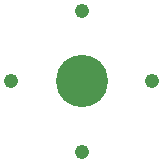
<source format=gbs>
G75*
G70*
%OFA0B0*%
%FSLAX24Y24*%
%IPPOS*%
%LPD*%
%AMOC8*
5,1,8,0,0,1.08239X$1,22.5*
%
%ADD10C,0.1740*%
%ADD11C,0.0476*%
D10*
X015101Y007701D03*
D11*
X015101Y005351D03*
X017451Y007701D03*
X012751Y007701D03*
X015101Y010051D03*
M02*

</source>
